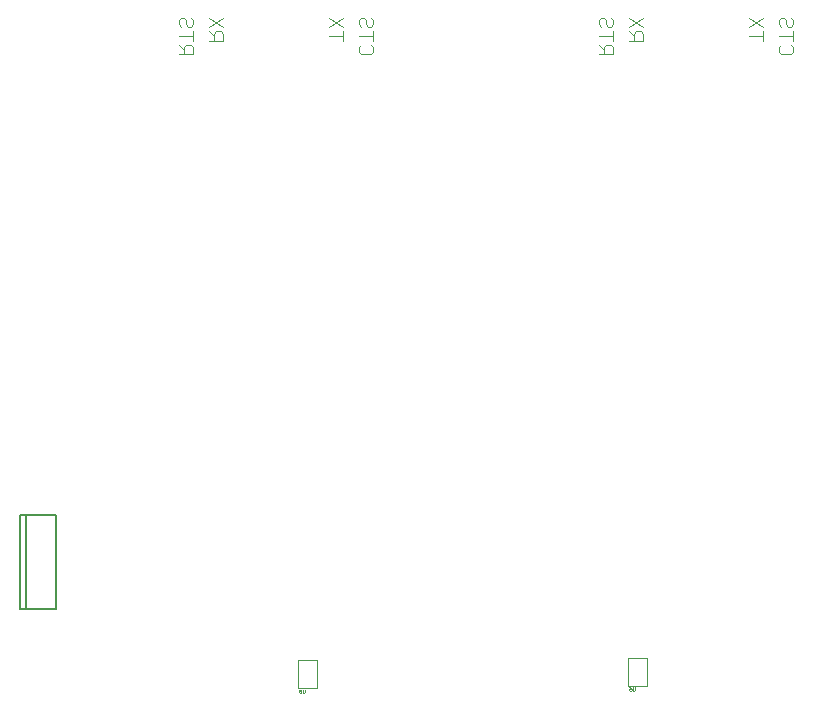
<source format=gbo>
G75*
G70*
%OFA0B0*%
%FSLAX24Y24*%
%IPPOS*%
%LPD*%
%AMOC8*
5,1,8,0,0,1.08239X$1,22.5*
%
%ADD10C,0.0040*%
%ADD11C,0.0020*%
%ADD12C,0.0010*%
%ADD13C,0.0050*%
D10*
X011344Y024822D02*
X011805Y024822D01*
X011805Y025052D01*
X011728Y025129D01*
X011575Y025129D01*
X011498Y025052D01*
X011498Y024822D01*
X011498Y024975D02*
X011344Y025129D01*
X011344Y025436D02*
X011805Y025436D01*
X011805Y025589D02*
X011805Y025282D01*
X012344Y025282D02*
X012805Y025282D01*
X012805Y025513D01*
X012728Y025589D01*
X012575Y025589D01*
X012498Y025513D01*
X012498Y025282D01*
X012498Y025436D02*
X012344Y025589D01*
X012344Y025743D02*
X012805Y026050D01*
X012805Y025743D02*
X012344Y026050D01*
X011805Y025973D02*
X011805Y025819D01*
X011728Y025743D01*
X011651Y025743D01*
X011575Y025819D01*
X011575Y025973D01*
X011498Y026050D01*
X011421Y026050D01*
X011344Y025973D01*
X011344Y025819D01*
X011421Y025743D01*
X011728Y026050D02*
X011805Y025973D01*
X016344Y026050D02*
X016805Y025743D01*
X016805Y025589D02*
X016805Y025282D01*
X016805Y025436D02*
X016344Y025436D01*
X016344Y025743D02*
X016805Y026050D01*
X017344Y025973D02*
X017344Y025819D01*
X017421Y025743D01*
X017575Y025819D02*
X017575Y025973D01*
X017498Y026050D01*
X017421Y026050D01*
X017344Y025973D01*
X017575Y025819D02*
X017651Y025743D01*
X017728Y025743D01*
X017805Y025819D01*
X017805Y025973D01*
X017728Y026050D01*
X017805Y025589D02*
X017805Y025282D01*
X017805Y025436D02*
X017344Y025436D01*
X017421Y025129D02*
X017344Y025052D01*
X017344Y024899D01*
X017421Y024822D01*
X017728Y024822D01*
X017805Y024899D01*
X017805Y025052D01*
X017728Y025129D01*
X025344Y025129D02*
X025498Y024975D01*
X025498Y025052D02*
X025498Y024822D01*
X025344Y024822D02*
X025805Y024822D01*
X025805Y025052D01*
X025728Y025129D01*
X025575Y025129D01*
X025498Y025052D01*
X025805Y025282D02*
X025805Y025589D01*
X025805Y025436D02*
X025344Y025436D01*
X025421Y025743D02*
X025344Y025819D01*
X025344Y025973D01*
X025421Y026050D01*
X025498Y026050D01*
X025575Y025973D01*
X025575Y025819D01*
X025651Y025743D01*
X025728Y025743D01*
X025805Y025819D01*
X025805Y025973D01*
X025728Y026050D01*
X026344Y026050D02*
X026805Y025743D01*
X026728Y025589D02*
X026575Y025589D01*
X026498Y025513D01*
X026498Y025282D01*
X026344Y025282D02*
X026805Y025282D01*
X026805Y025513D01*
X026728Y025589D01*
X026498Y025436D02*
X026344Y025589D01*
X026344Y025743D02*
X026805Y026050D01*
X030344Y026050D02*
X030805Y025743D01*
X030805Y025589D02*
X030805Y025282D01*
X030805Y025436D02*
X030344Y025436D01*
X030344Y025743D02*
X030805Y026050D01*
X031344Y025973D02*
X031344Y025819D01*
X031421Y025743D01*
X031575Y025819D02*
X031575Y025973D01*
X031498Y026050D01*
X031421Y026050D01*
X031344Y025973D01*
X031575Y025819D02*
X031651Y025743D01*
X031728Y025743D01*
X031805Y025819D01*
X031805Y025973D01*
X031728Y026050D01*
X031805Y025589D02*
X031805Y025282D01*
X031805Y025436D02*
X031344Y025436D01*
X031421Y025129D02*
X031344Y025052D01*
X031344Y024899D01*
X031421Y024822D01*
X031728Y024822D01*
X031805Y024899D01*
X031805Y025052D01*
X031728Y025129D01*
D11*
X026956Y004715D02*
X026326Y004715D01*
X026326Y003770D01*
X026956Y003770D01*
X026956Y004715D01*
X015949Y004636D02*
X015949Y003691D01*
X015319Y003691D01*
X015319Y004636D01*
X015949Y004636D01*
D12*
X015535Y003647D02*
X015535Y003555D01*
X015516Y003537D01*
X015480Y003537D01*
X015461Y003555D01*
X015461Y003647D01*
X015424Y003647D02*
X015424Y003592D01*
X015387Y003610D01*
X015369Y003610D01*
X015351Y003592D01*
X015351Y003555D01*
X015369Y003537D01*
X015406Y003537D01*
X015424Y003555D01*
X015424Y003647D02*
X015351Y003647D01*
X026359Y003652D02*
X026377Y003670D01*
X026432Y003670D01*
X026432Y003634D01*
X026414Y003615D01*
X026377Y003615D01*
X026359Y003634D01*
X026359Y003652D01*
X026395Y003707D02*
X026432Y003670D01*
X026469Y003634D02*
X026469Y003725D01*
X026542Y003725D02*
X026542Y003634D01*
X026524Y003615D01*
X026487Y003615D01*
X026469Y003634D01*
X026395Y003707D02*
X026359Y003725D01*
D13*
X006047Y006329D02*
X006047Y009478D01*
X006244Y009478D01*
X007228Y009478D01*
X007228Y006329D01*
X006244Y006329D01*
X006047Y006329D01*
X006244Y006329D02*
X006244Y009478D01*
M02*

</source>
